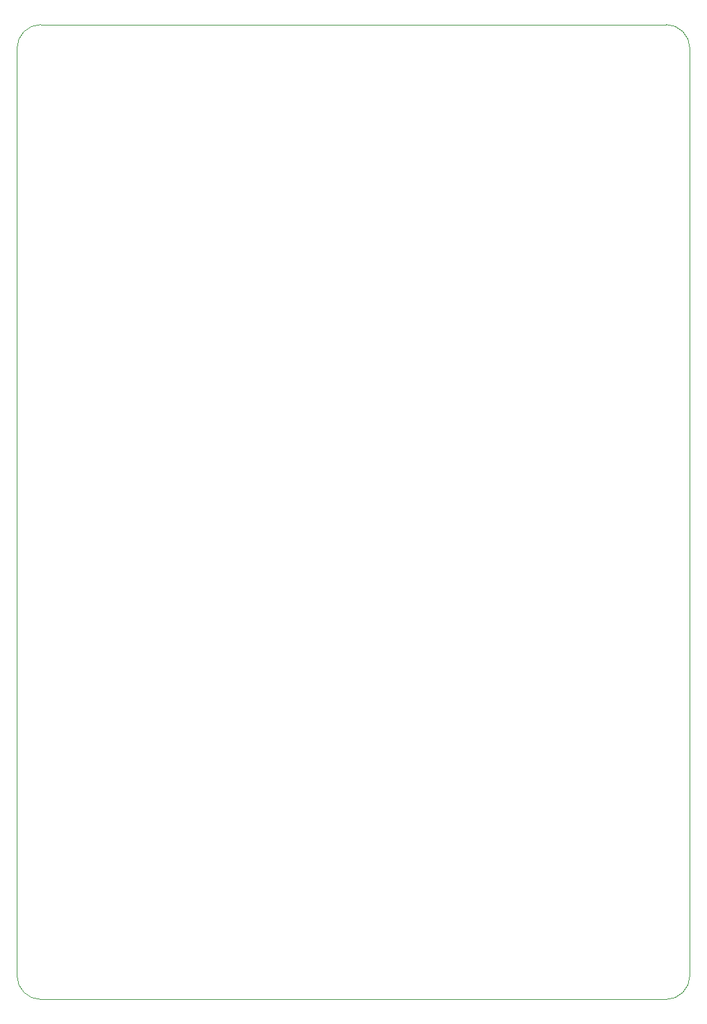
<source format=gbr>
%TF.GenerationSoftware,KiCad,Pcbnew,8.0.4*%
%TF.CreationDate,2024-10-31T19:52:33+01:00*%
%TF.ProjectId,Keyboard,4b657962-6f61-4726-942e-6b696361645f,rev?*%
%TF.SameCoordinates,Original*%
%TF.FileFunction,Profile,NP*%
%FSLAX46Y46*%
G04 Gerber Fmt 4.6, Leading zero omitted, Abs format (unit mm)*
G04 Created by KiCad (PCBNEW 8.0.4) date 2024-10-31 19:52:33*
%MOMM*%
%LPD*%
G01*
G04 APERTURE LIST*
%TA.AperFunction,Profile*%
%ADD10C,0.050000*%
%TD*%
G04 APERTURE END LIST*
D10*
X155000000Y-197000000D02*
G75*
G02*
X152000000Y-200000000I-3000000J0D01*
G01*
X70000000Y-80000000D02*
G75*
G02*
X73000000Y-77000000I3000000J0D01*
G01*
X70000000Y-197000000D02*
X70000000Y-80000000D01*
X73000000Y-200000000D02*
X152000000Y-200000000D01*
X155000000Y-197000000D02*
X155000000Y-80000000D01*
X152000000Y-77000000D02*
G75*
G02*
X155000000Y-80000000I0J-3000000D01*
G01*
X73000000Y-77000000D02*
X152000000Y-77000000D01*
X73000000Y-200000000D02*
G75*
G02*
X70000000Y-197000000I0J3000000D01*
G01*
M02*

</source>
